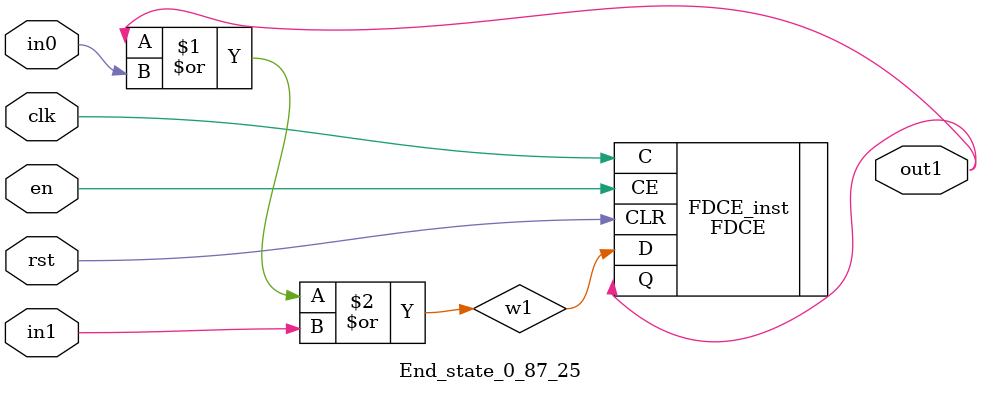
<source format=v>
module engine_0_87(out,clk,sod,en, in_3, in_7, in_8, in_14, in_15, in_19, in_21, in_25, in_100, in_101);
//pcre: /(<div><\/span>|<span><\/div>)/smi
//block char: N[0], I[0], S[0], v[0], a[0], d[0], p[0], \x2F[8], \x3E[8], \x3C[8], 

	input clk,sod,en;

	input in_3, in_7, in_8, in_14, in_15, in_19, in_21, in_25, in_100, in_101;
	output out;

	assign w0 = 1'b1;
	state_0_87_1 BlockState_0_87_1 (w1,in_101,clk,en,sod,w0);
	state_0_87_2 BlockState_0_87_2 (w2,in_19,clk,en,sod,w1);
	state_0_87_3 BlockState_0_87_3 (w3,in_7,clk,en,sod,w2);
	state_0_87_4 BlockState_0_87_4 (w4,in_14,clk,en,sod,w3);
	state_0_87_5 BlockState_0_87_5 (w5,in_100,clk,en,sod,w4);
	state_0_87_6 BlockState_0_87_6 (w6,in_101,clk,en,sod,w5);
	state_0_87_7 BlockState_0_87_7 (w7,in_25,clk,en,sod,w6);
	state_0_87_8 BlockState_0_87_8 (w8,in_8,clk,en,sod,w7);
	state_0_87_9 BlockState_0_87_9 (w9,in_21,clk,en,sod,w8);
	state_0_87_10 BlockState_0_87_10 (w10,in_15,clk,en,sod,w9);
	state_0_87_11 BlockState_0_87_11 (w11,in_3,clk,en,sod,w10);
	state_0_87_12 BlockState_0_87_12 (w12,in_100,clk,en,sod,w11);
	state_0_87_13 BlockState_0_87_13 (w13,in_101,clk,en,sod,w0);
	state_0_87_14 BlockState_0_87_14 (w14,in_8,clk,en,sod,w13);
	state_0_87_15 BlockState_0_87_15 (w15,in_21,clk,en,sod,w14);
	state_0_87_16 BlockState_0_87_16 (w16,in_15,clk,en,sod,w15);
	state_0_87_17 BlockState_0_87_17 (w17,in_3,clk,en,sod,w16);
	state_0_87_18 BlockState_0_87_18 (w18,in_100,clk,en,sod,w17);
	state_0_87_19 BlockState_0_87_19 (w19,in_101,clk,en,sod,w18);
	state_0_87_20 BlockState_0_87_20 (w20,in_25,clk,en,sod,w19);
	state_0_87_21 BlockState_0_87_21 (w21,in_19,clk,en,sod,w20);
	state_0_87_22 BlockState_0_87_22 (w22,in_7,clk,en,sod,w21);
	state_0_87_23 BlockState_0_87_23 (w23,in_14,clk,en,sod,w22);
	state_0_87_24 BlockState_0_87_24 (w24,in_100,clk,en,sod,w23);
	End_state_0_87_25 BlockState_0_87_25 (out,clk,en,sod,w12,w24);
endmodule

module state_0_87_1(out1,in_char,clk,en,rst,in0);
	input in_char,clk,en,rst,in0;
	output out1;
	wire w1,w2;
	assign w1 = in0; 
	and(w2,in_char,w1);
	FDCE #(.INIT(1'b0)) FDCE_inst (
		.Q(out1),
		.C(clk),
		.CE(en),
		.CLR(rst),
		.D(w2)
);
endmodule

module state_0_87_2(out1,in_char,clk,en,rst,in0);
	input in_char,clk,en,rst,in0;
	output out1;
	wire w1,w2;
	assign w1 = in0; 
	and(w2,in_char,w1);
	FDCE #(.INIT(1'b0)) FDCE_inst (
		.Q(out1),
		.C(clk),
		.CE(en),
		.CLR(rst),
		.D(w2)
);
endmodule

module state_0_87_3(out1,in_char,clk,en,rst,in0);
	input in_char,clk,en,rst,in0;
	output out1;
	wire w1,w2;
	assign w1 = in0; 
	and(w2,in_char,w1);
	FDCE #(.INIT(1'b0)) FDCE_inst (
		.Q(out1),
		.C(clk),
		.CE(en),
		.CLR(rst),
		.D(w2)
);
endmodule

module state_0_87_4(out1,in_char,clk,en,rst,in0);
	input in_char,clk,en,rst,in0;
	output out1;
	wire w1,w2;
	assign w1 = in0; 
	and(w2,in_char,w1);
	FDCE #(.INIT(1'b0)) FDCE_inst (
		.Q(out1),
		.C(clk),
		.CE(en),
		.CLR(rst),
		.D(w2)
);
endmodule

module state_0_87_5(out1,in_char,clk,en,rst,in0);
	input in_char,clk,en,rst,in0;
	output out1;
	wire w1,w2;
	assign w1 = in0; 
	and(w2,in_char,w1);
	FDCE #(.INIT(1'b0)) FDCE_inst (
		.Q(out1),
		.C(clk),
		.CE(en),
		.CLR(rst),
		.D(w2)
);
endmodule

module state_0_87_6(out1,in_char,clk,en,rst,in0);
	input in_char,clk,en,rst,in0;
	output out1;
	wire w1,w2;
	assign w1 = in0; 
	and(w2,in_char,w1);
	FDCE #(.INIT(1'b0)) FDCE_inst (
		.Q(out1),
		.C(clk),
		.CE(en),
		.CLR(rst),
		.D(w2)
);
endmodule

module state_0_87_7(out1,in_char,clk,en,rst,in0);
	input in_char,clk,en,rst,in0;
	output out1;
	wire w1,w2;
	assign w1 = in0; 
	and(w2,in_char,w1);
	FDCE #(.INIT(1'b0)) FDCE_inst (
		.Q(out1),
		.C(clk),
		.CE(en),
		.CLR(rst),
		.D(w2)
);
endmodule

module state_0_87_8(out1,in_char,clk,en,rst,in0);
	input in_char,clk,en,rst,in0;
	output out1;
	wire w1,w2;
	assign w1 = in0; 
	and(w2,in_char,w1);
	FDCE #(.INIT(1'b0)) FDCE_inst (
		.Q(out1),
		.C(clk),
		.CE(en),
		.CLR(rst),
		.D(w2)
);
endmodule

module state_0_87_9(out1,in_char,clk,en,rst,in0);
	input in_char,clk,en,rst,in0;
	output out1;
	wire w1,w2;
	assign w1 = in0; 
	and(w2,in_char,w1);
	FDCE #(.INIT(1'b0)) FDCE_inst (
		.Q(out1),
		.C(clk),
		.CE(en),
		.CLR(rst),
		.D(w2)
);
endmodule

module state_0_87_10(out1,in_char,clk,en,rst,in0);
	input in_char,clk,en,rst,in0;
	output out1;
	wire w1,w2;
	assign w1 = in0; 
	and(w2,in_char,w1);
	FDCE #(.INIT(1'b0)) FDCE_inst (
		.Q(out1),
		.C(clk),
		.CE(en),
		.CLR(rst),
		.D(w2)
);
endmodule

module state_0_87_11(out1,in_char,clk,en,rst,in0);
	input in_char,clk,en,rst,in0;
	output out1;
	wire w1,w2;
	assign w1 = in0; 
	and(w2,in_char,w1);
	FDCE #(.INIT(1'b0)) FDCE_inst (
		.Q(out1),
		.C(clk),
		.CE(en),
		.CLR(rst),
		.D(w2)
);
endmodule

module state_0_87_12(out1,in_char,clk,en,rst,in0);
	input in_char,clk,en,rst,in0;
	output out1;
	wire w1,w2;
	assign w1 = in0; 
	and(w2,in_char,w1);
	FDCE #(.INIT(1'b0)) FDCE_inst (
		.Q(out1),
		.C(clk),
		.CE(en),
		.CLR(rst),
		.D(w2)
);
endmodule

module state_0_87_13(out1,in_char,clk,en,rst,in0);
	input in_char,clk,en,rst,in0;
	output out1;
	wire w1,w2;
	assign w1 = in0; 
	and(w2,in_char,w1);
	FDCE #(.INIT(1'b0)) FDCE_inst (
		.Q(out1),
		.C(clk),
		.CE(en),
		.CLR(rst),
		.D(w2)
);
endmodule

module state_0_87_14(out1,in_char,clk,en,rst,in0);
	input in_char,clk,en,rst,in0;
	output out1;
	wire w1,w2;
	assign w1 = in0; 
	and(w2,in_char,w1);
	FDCE #(.INIT(1'b0)) FDCE_inst (
		.Q(out1),
		.C(clk),
		.CE(en),
		.CLR(rst),
		.D(w2)
);
endmodule

module state_0_87_15(out1,in_char,clk,en,rst,in0);
	input in_char,clk,en,rst,in0;
	output out1;
	wire w1,w2;
	assign w1 = in0; 
	and(w2,in_char,w1);
	FDCE #(.INIT(1'b0)) FDCE_inst (
		.Q(out1),
		.C(clk),
		.CE(en),
		.CLR(rst),
		.D(w2)
);
endmodule

module state_0_87_16(out1,in_char,clk,en,rst,in0);
	input in_char,clk,en,rst,in0;
	output out1;
	wire w1,w2;
	assign w1 = in0; 
	and(w2,in_char,w1);
	FDCE #(.INIT(1'b0)) FDCE_inst (
		.Q(out1),
		.C(clk),
		.CE(en),
		.CLR(rst),
		.D(w2)
);
endmodule

module state_0_87_17(out1,in_char,clk,en,rst,in0);
	input in_char,clk,en,rst,in0;
	output out1;
	wire w1,w2;
	assign w1 = in0; 
	and(w2,in_char,w1);
	FDCE #(.INIT(1'b0)) FDCE_inst (
		.Q(out1),
		.C(clk),
		.CE(en),
		.CLR(rst),
		.D(w2)
);
endmodule

module state_0_87_18(out1,in_char,clk,en,rst,in0);
	input in_char,clk,en,rst,in0;
	output out1;
	wire w1,w2;
	assign w1 = in0; 
	and(w2,in_char,w1);
	FDCE #(.INIT(1'b0)) FDCE_inst (
		.Q(out1),
		.C(clk),
		.CE(en),
		.CLR(rst),
		.D(w2)
);
endmodule

module state_0_87_19(out1,in_char,clk,en,rst,in0);
	input in_char,clk,en,rst,in0;
	output out1;
	wire w1,w2;
	assign w1 = in0; 
	and(w2,in_char,w1);
	FDCE #(.INIT(1'b0)) FDCE_inst (
		.Q(out1),
		.C(clk),
		.CE(en),
		.CLR(rst),
		.D(w2)
);
endmodule

module state_0_87_20(out1,in_char,clk,en,rst,in0);
	input in_char,clk,en,rst,in0;
	output out1;
	wire w1,w2;
	assign w1 = in0; 
	and(w2,in_char,w1);
	FDCE #(.INIT(1'b0)) FDCE_inst (
		.Q(out1),
		.C(clk),
		.CE(en),
		.CLR(rst),
		.D(w2)
);
endmodule

module state_0_87_21(out1,in_char,clk,en,rst,in0);
	input in_char,clk,en,rst,in0;
	output out1;
	wire w1,w2;
	assign w1 = in0; 
	and(w2,in_char,w1);
	FDCE #(.INIT(1'b0)) FDCE_inst (
		.Q(out1),
		.C(clk),
		.CE(en),
		.CLR(rst),
		.D(w2)
);
endmodule

module state_0_87_22(out1,in_char,clk,en,rst,in0);
	input in_char,clk,en,rst,in0;
	output out1;
	wire w1,w2;
	assign w1 = in0; 
	and(w2,in_char,w1);
	FDCE #(.INIT(1'b0)) FDCE_inst (
		.Q(out1),
		.C(clk),
		.CE(en),
		.CLR(rst),
		.D(w2)
);
endmodule

module state_0_87_23(out1,in_char,clk,en,rst,in0);
	input in_char,clk,en,rst,in0;
	output out1;
	wire w1,w2;
	assign w1 = in0; 
	and(w2,in_char,w1);
	FDCE #(.INIT(1'b0)) FDCE_inst (
		.Q(out1),
		.C(clk),
		.CE(en),
		.CLR(rst),
		.D(w2)
);
endmodule

module state_0_87_24(out1,in_char,clk,en,rst,in0);
	input in_char,clk,en,rst,in0;
	output out1;
	wire w1,w2;
	assign w1 = in0; 
	and(w2,in_char,w1);
	FDCE #(.INIT(1'b0)) FDCE_inst (
		.Q(out1),
		.C(clk),
		.CE(en),
		.CLR(rst),
		.D(w2)
);
endmodule

module End_state_0_87_25(out1,clk,en,rst,in0,in1);
	input clk,rst,en,in0,in1;
	output out1;
	wire w1;
	or(w1,out1,in0,in1);
	FDCE #(.INIT(1'b0)) FDCE_inst (
		.Q(out1),
		.C(clk),
		.CE(en),
		.CLR(rst),
		.D(w1)
);
endmodule


</source>
